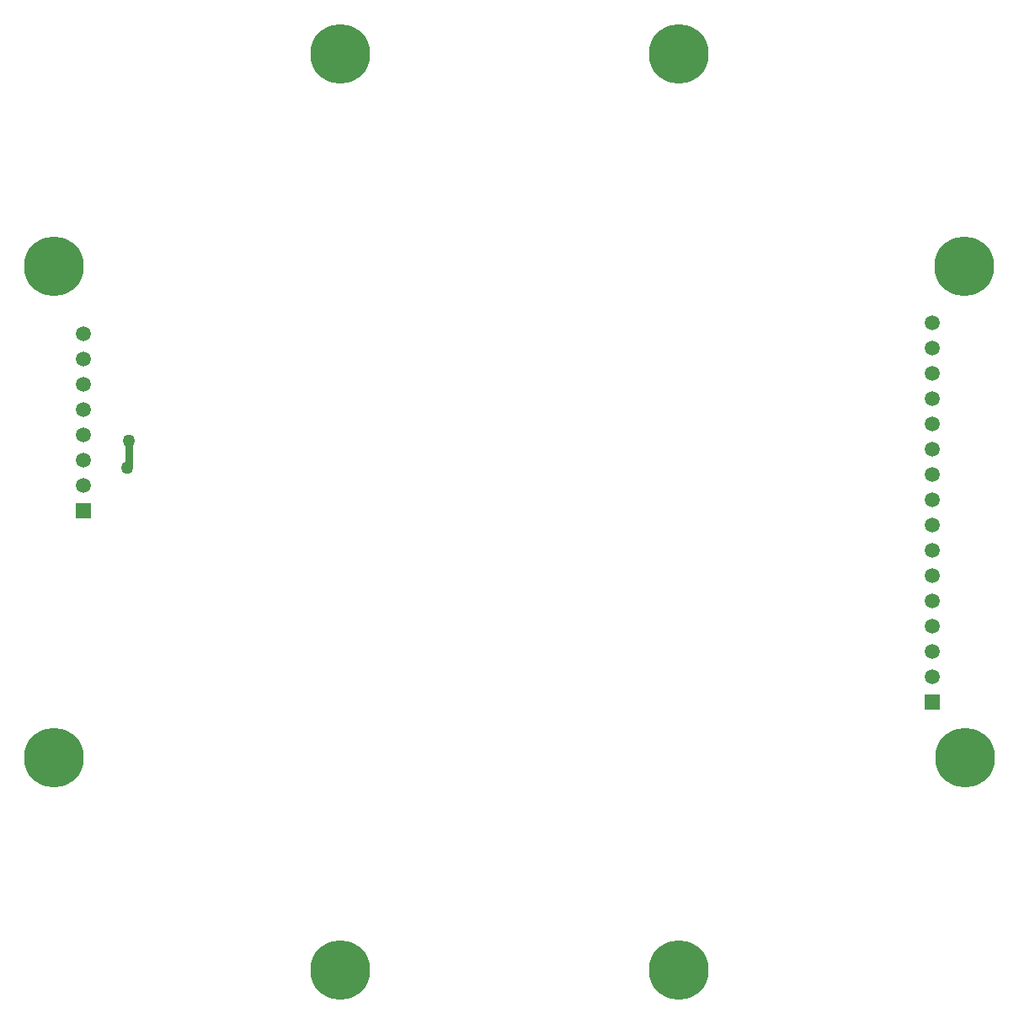
<source format=gtl>
G04*
G04 #@! TF.GenerationSoftware,Altium Limited,Altium Designer,18.1.7 (191)*
G04*
G04 Layer_Physical_Order=1*
G04 Layer_Color=255*
%FSLAX25Y25*%
%MOIN*%
G70*
G01*
G75*
%ADD17C,0.03000*%
%ADD18C,0.05906*%
%ADD19R,0.05906X0.05906*%
%ADD20C,0.23622*%
%ADD21C,0.05000*%
D17*
X41800Y210321D02*
X42400Y210921D01*
Y221000D01*
D18*
X360500Y267700D02*
D03*
Y257700D02*
D03*
Y247700D02*
D03*
Y237700D02*
D03*
Y227700D02*
D03*
Y217700D02*
D03*
Y207700D02*
D03*
Y197700D02*
D03*
Y187700D02*
D03*
Y177700D02*
D03*
Y167700D02*
D03*
Y157700D02*
D03*
Y147700D02*
D03*
Y137700D02*
D03*
Y127700D02*
D03*
X24500Y263300D02*
D03*
Y253300D02*
D03*
Y243300D02*
D03*
Y233300D02*
D03*
Y223300D02*
D03*
Y213300D02*
D03*
Y203300D02*
D03*
D19*
X360500Y117700D02*
D03*
X24500Y193300D02*
D03*
D20*
X373501Y95769D02*
D03*
X373186Y290230D02*
D03*
X12800D02*
D03*
Y95769D02*
D03*
X126186Y374088D02*
D03*
Y11911D02*
D03*
X260115Y374088D02*
D03*
Y11911D02*
D03*
D21*
X42400Y221000D02*
D03*
X41800Y210321D02*
D03*
M02*

</source>
